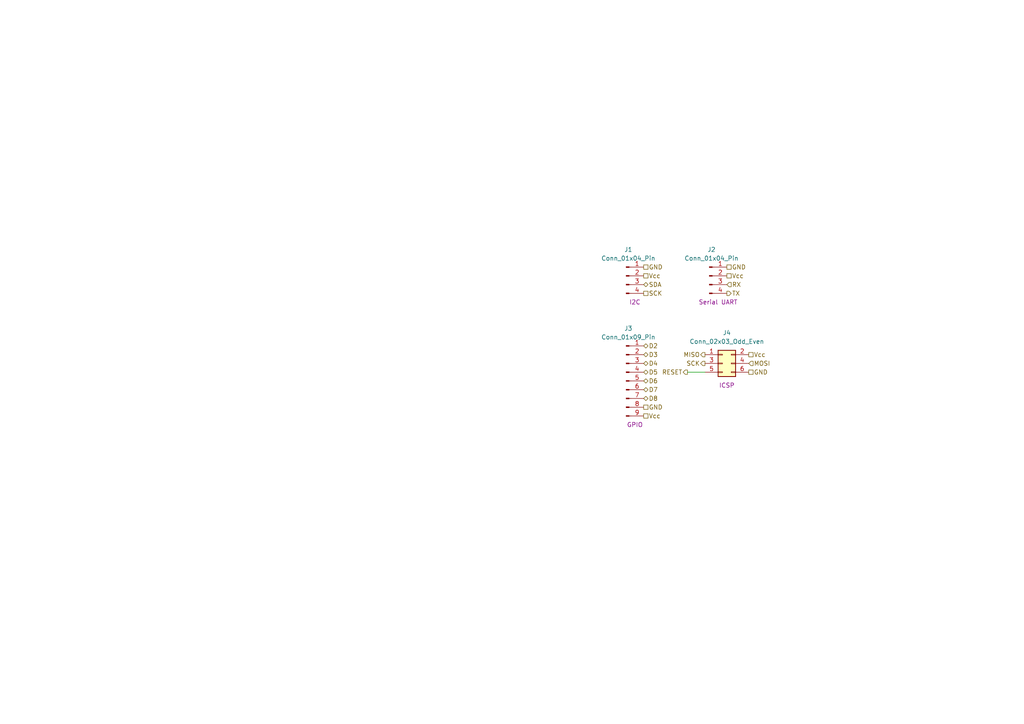
<source format=kicad_sch>
(kicad_sch (version 20230121) (generator eeschema)
  (paper "A4")
  (lib_symbols
    (symbol "Connector:Conn_01x04_Pin" (pin_names (offset 1.016) hide)
      (property "Reference" "J" (at 0 5.08 0))
      (property "Value" "Conn_01x04_Pin" (at 0 -7.62 0))
      (symbol "Conn_01x04_Pin_1_1"
        (polyline (pts (xy 1.27 -5.08) (xy 0.8636 -5.08)) (stroke (width 0.1524)))
        (polyline (pts (xy 1.27 -2.54) (xy 0.8636 -2.54)) (stroke (width 0.1524)))
        (polyline (pts (xy 1.27 0) (xy 0.8636 0)) (stroke (width 0.1524)))
        (polyline (pts (xy 1.27 2.54) (xy 0.8636 2.54)) (stroke (width 0.1524)))
        (rectangle (start 0.8636 -4.953) (end 0 -5.207) (stroke (width 0.1524)) (fill (type outline)))
        (rectangle (start 0.8636 -2.413) (end 0 -2.667) (stroke (width 0.1524)) (fill (type outline)))
        (rectangle (start 0.8636 0.127) (end 0 -0.127) (stroke (width 0.1524)) (fill (type outline)))
        (rectangle (start 0.8636 2.667) (end 0 2.413) (stroke (width 0.1524)) (fill (type outline)))
        (pin passive line (at 5.08 2.54 180) (length 3.81) (name "Pin_1") (number "1"))
        (pin passive line (at 5.08 0 180) (length 3.81) (name "Pin_2") (number "2"))
        (pin passive line (at 5.08 -2.54 180) (length 3.81) (name "Pin_3") (number "3"))
        (pin passive line (at 5.08 -5.08 180) (length 3.81) (name "Pin_4") (number "4"))
      )
    )
    (symbol "Connector:Conn_01x09_Pin" (pin_names (offset 1.016) hide)
      (property "Reference" "J" (at 0 12.7 0))
      (property "Value" "Conn_01x09_Pin" (at 0 -12.7 0))
      (symbol "Conn_01x09_Pin_1_1"
        (polyline (pts (xy 1.27 -10.16) (xy 0.8636 -10.16)) (stroke (width 0.1524)))
        (polyline (pts (xy 1.27 -7.62) (xy 0.8636 -7.62)) (stroke (width 0.1524)))
        (polyline (pts (xy 1.27 -5.08) (xy 0.8636 -5.08)) (stroke (width 0.1524)))
        (polyline (pts (xy 1.27 -2.54) (xy 0.8636 -2.54)) (stroke (width 0.1524)))
        (polyline (pts (xy 1.27 0) (xy 0.8636 0)) (stroke (width 0.1524)))
        (polyline (pts (xy 1.27 2.54) (xy 0.8636 2.54)) (stroke (width 0.1524)))
        (polyline (pts (xy 1.27 5.08) (xy 0.8636 5.08)) (stroke (width 0.1524)))
        (polyline (pts (xy 1.27 7.62) (xy 0.8636 7.62)) (stroke (width 0.1524)))
        (polyline (pts (xy 1.27 10.16) (xy 0.8636 10.16)) (stroke (width 0.1524)))
        (rectangle (start 0.8636 -10.033) (end 0 -10.287) (stroke (width 0.1524)) (fill (type outline)))
        (rectangle (start 0.8636 -7.493) (end 0 -7.747) (stroke (width 0.1524)) (fill (type outline)))
        (rectangle (start 0.8636 -4.953) (end 0 -5.207) (stroke (width 0.1524)) (fill (type outline)))
        (rectangle (start 0.8636 -2.413) (end 0 -2.667) (stroke (width 0.1524)) (fill (type outline)))
        (rectangle (start 0.8636 0.127) (end 0 -0.127) (stroke (width 0.1524)) (fill (type outline)))
        (rectangle (start 0.8636 2.667) (end 0 2.413) (stroke (width 0.1524)) (fill (type outline)))
        (rectangle (start 0.8636 5.207) (end 0 4.953) (stroke (width 0.1524)) (fill (type outline)))
        (rectangle (start 0.8636 7.747) (end 0 7.493) (stroke (width 0.1524)) (fill (type outline)))
        (rectangle (start 0.8636 10.287) (end 0 10.033) (stroke (width 0.1524)) (fill (type outline)))
        (pin passive line (at 5.08 10.16 180) (length 3.81) (name "Pin_1") (number "1"))
        (pin passive line (at 5.08 7.62 180) (length 3.81) (name "Pin_2") (number "2"))
        (pin passive line (at 5.08 5.08 180) (length 3.81) (name "Pin_3") (number "3"))
        (pin passive line (at 5.08 2.54 180) (length 3.81) (name "Pin_4") (number "4"))
        (pin passive line (at 5.08 0 180) (length 3.81) (name "Pin_5") (number "5"))
        (pin passive line (at 5.08 -2.54 180) (length 3.81) (name "Pin_6") (number "6"))
        (pin passive line (at 5.08 -5.08 180) (length 3.81) (name "Pin_7") (number "7"))
        (pin passive line (at 5.08 -7.62 180) (length 3.81) (name "Pin_8") (number "8"))
        (pin passive line (at 5.08 -10.16 180) (length 3.81) (name "Pin_9") (number "9"))
      )
    )
    (symbol "Connector_Generic:Conn_02x03_Odd_Even" (pin_names (offset 1.016) hide)
      (property "Reference" "J" (at 1.27 5.08 0))
      (property "Value" "Conn_02x03_Odd_Even" (at 1.27 -5.08 0))
      (symbol "Conn_02x03_Odd_Even_1_1"
        (rectangle (start -1.27 -2.413) (end 0 -2.667) (stroke (width 0.1524)))
        (rectangle (start -1.27 0.127) (end 0 -0.127) (stroke (width 0.1524)))
        (rectangle (start -1.27 2.667) (end 0 2.413) (stroke (width 0.1524)))
        (rectangle (start -1.27 3.81) (end 3.81 -3.81) (stroke (width 0.254)) (fill (type background)))
        (rectangle (start 3.81 -2.413) (end 2.54 -2.667) (stroke (width 0.1524)))
        (rectangle (start 3.81 0.127) (end 2.54 -0.127) (stroke (width 0.1524)))
        (rectangle (start 3.81 2.667) (end 2.54 2.413) (stroke (width 0.1524)))
        (pin passive line (at -5.08 2.54 0) (length 3.81) (name "Pin_1") (number "1"))
        (pin passive line (at 7.62 2.54 180) (length 3.81) (name "Pin_2") (number "2"))
        (pin passive line (at -5.08 0 0) (length 3.81) (name "Pin_3") (number "3"))
        (pin passive line (at 7.62 0 180) (length 3.81) (name "Pin_4") (number "4"))
        (pin passive line (at -5.08 -2.54 0) (length 3.81) (name "Pin_5") (number "5"))
        (pin passive line (at 7.62 -2.54 180) (length 3.81) (name "Pin_6") (number "6"))
      )
    )
  )
  (wire (pts (xy 204.47 107.95) (xy 199.39 107.95)))
  (hierarchical_label "GND" (shape passive) (at 210.82 77.47 0))
  (hierarchical_label "D6" (shape bidirectional) (at 186.69 110.49 0))
  (hierarchical_label "Vcc" (shape passive) (at 210.82 80.01 0))
  (hierarchical_label "D2" (shape bidirectional) (at 186.69 100.33 0))
  (hierarchical_label "Vcc" (shape passive) (at 217.17 102.87 0))
  (hierarchical_label "SCK" (shape output) (at 204.47 105.41 180))
  (hierarchical_label "MISO" (shape output) (at 204.47 102.87 180))
  (hierarchical_label "D5" (shape bidirectional) (at 186.69 107.95 0))
  (hierarchical_label "RESET" (shape output) (at 199.39 107.95 180))
  (hierarchical_label "D8" (shape bidirectional) (at 186.69 115.57 0))
  (hierarchical_label "D4" (shape bidirectional) (at 186.69 105.41 0))
  (hierarchical_label "Vcc" (shape passive) (at 186.69 120.65 0))
  (hierarchical_label "D3" (shape bidirectional) (at 186.69 102.87 0))
  (hierarchical_label "TX" (shape output) (at 210.82 85.09 0))
  (hierarchical_label "GND" (shape passive) (at 186.69 77.47 0))
  (hierarchical_label "GND" (shape passive) (at 217.17 107.95 0))
  (hierarchical_label "SCK" (shape passive) (at 186.69 85.09 0))
  (hierarchical_label "Vcc" (shape passive) (at 186.69 80.01 0))
  (hierarchical_label "SDA" (shape bidirectional) (at 186.69 82.55 0))
  (hierarchical_label "MOSI" (shape input) (at 217.17 105.41 0))
  (hierarchical_label "GND" (shape passive) (at 186.69 118.11 0))
  (hierarchical_label "RX" (shape input) (at 210.82 82.55 0))
  (hierarchical_label "D7" (shape bidirectional) (at 186.69 113.03 0))
  (symbol (lib_id "Connector_Generic:Conn_02x03_Odd_Even") (at 209.55 105.41 0) (unit 1)
    (property "Reference" "J4" (at 210.82 96.52 0))
    (property "Value" "Conn_02x03_Odd_Even" (at 210.82 99.06 0))
    (property "Footprint" "Connector_PinHeader_2.54mm:PinHeader_2x03_P2.54mm_Vertical" (effects hide))
    (property "Purpose" "ICSP" (at 210.82 111.76 0))
  )
  (symbol (lib_id "Connector:Conn_01x09_Pin") (at 181.61 110.49 0) (unit 1)
    (property "Reference" "J3" (at 182.245 95.25 0))
    (property "Value" "Conn_01x09_Pin" (at 182.245 97.79 0))
    (property "Footprint" "Connector_PinHeader_2.54mm:PinHeader_1x09_P2.54mm_Vertical" (effects hide))
    (property "Purpose" "GPIO" (at 184.15 123.19 0))
  )
  (symbol (lib_id "Connector:Conn_01x04_Pin") (at 205.74 80.01 0) (unit 1)
    (property "Reference" "J2" (at 206.375 72.39 0))
    (property "Value" "Conn_01x04_Pin" (at 206.375 74.93 0))
    (property "Footprint" "Connector_PinHeader_2.54mm:PinHeader_1x04_P2.54mm_Vertical" (effects hide))
    (property "Purpose" "Serial UART" (at 208.28 87.63 0))
  )
  (symbol (lib_id "Connector:Conn_01x04_Pin") (at 181.61 80.01 0) (unit 1)
    (property "Reference" "J1" (at 182.245 72.39 0))
    (property "Value" "Conn_01x04_Pin" (at 182.245 74.93 0))
    (property "Footprint" "Connector_PinHeader_2.54mm:PinHeader_1x04_P2.54mm_Vertical" (effects hide))
    (property "Purpose" "I2C" (at 184.15 87.63 0))
  )
)
</source>
